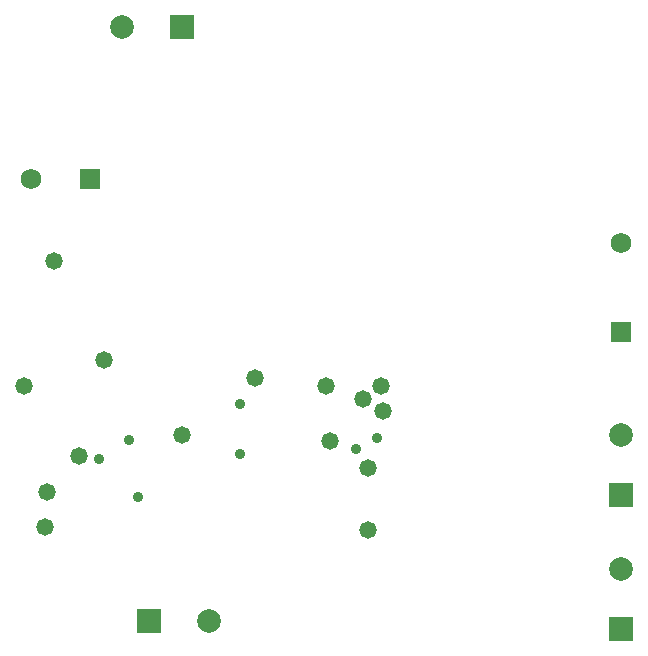
<source format=gbs>
G04*
G04 #@! TF.GenerationSoftware,Altium Limited,Altium Designer,19.1.8 (144)*
G04*
G04 Layer_Color=16711935*
%FSLAX25Y25*%
%MOIN*%
G70*
G01*
G75*
%ADD25C,0.06800*%
%ADD26R,0.06800X0.06800*%
%ADD27C,0.07887*%
%ADD28R,0.07887X0.07887*%
%ADD29R,0.06800X0.06800*%
%ADD30R,0.07887X0.07887*%
%ADD31C,0.05800*%
%ADD32C,0.03500*%
D25*
X538000Y315000D02*
D03*
X341315Y336500D02*
D03*
D26*
X538000Y285500D02*
D03*
D27*
Y206500D02*
D03*
Y251000D02*
D03*
X371500Y387000D02*
D03*
X400500Y189000D02*
D03*
D28*
X538000Y186500D02*
D03*
Y231000D02*
D03*
D29*
X361000Y336500D02*
D03*
D30*
X391500Y387000D02*
D03*
X380500Y189000D02*
D03*
D31*
X357250Y244000D02*
D03*
X439500Y267500D02*
D03*
X416000Y270000D02*
D03*
X391622Y250957D02*
D03*
X349000Y309000D02*
D03*
X441000Y249000D02*
D03*
X458500Y259000D02*
D03*
X452000Y263000D02*
D03*
X458000Y267500D02*
D03*
X453500Y219500D02*
D03*
Y240000D02*
D03*
X346000Y220500D02*
D03*
X346500Y232000D02*
D03*
X365500Y276000D02*
D03*
X339000Y267500D02*
D03*
D32*
X364000Y243000D02*
D03*
X411000Y261500D02*
D03*
X377000Y230500D02*
D03*
X456500Y250000D02*
D03*
X449500Y246500D02*
D03*
X374000Y249500D02*
D03*
X410941Y244559D02*
D03*
M02*

</source>
